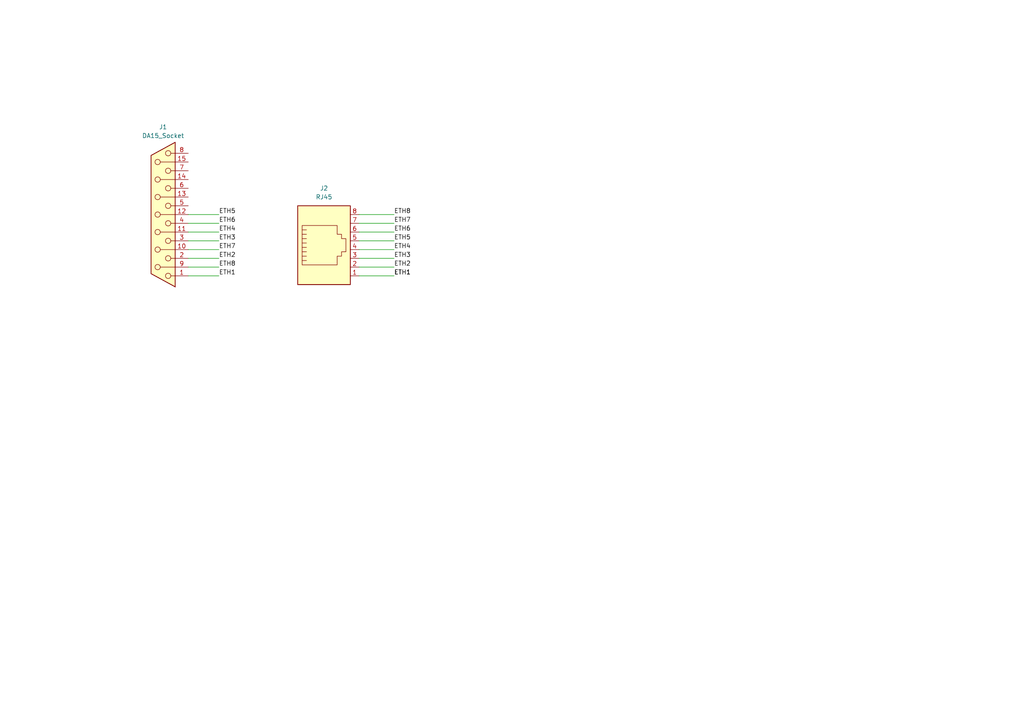
<source format=kicad_sch>
(kicad_sch (version 20250114) (generator "eeschema") (generator_version "9.0")
  (paper "A4")
  (lib_symbols
    (symbol "Connector:DA15_Socket" (pin_names (offset 1.016) (hide yes))
      (property "Reference" "J" (at 0.508 21.59 0))
      (property "Value" "DA15_Socket" (at 0 -22.225 0))
      (symbol "DA15_Socket_0_1"
        (polyline (pts (xy -3.81 20.955) (xy 3.175 17.145) (xy 3.175 -17.145) (xy -3.81 -20.955) (xy -3.81 20.955)) (stroke (width 0.254)) (fill (type background)))
        (polyline (pts (xy -3.81 17.78) (xy -2.54 17.78)))
        (polyline (pts (xy -3.81 15.24) (xy 0.508 15.24)))
        (polyline (pts (xy -3.81 12.7) (xy -2.54 12.7)))
        (polyline (pts (xy -3.81 10.16) (xy 0.508 10.16)))
        (polyline (pts (xy -3.81 7.62) (xy -2.54 7.62)))
        (polyline (pts (xy -3.81 5.08) (xy 0.508 5.08)))
        (polyline (pts (xy -3.81 2.54) (xy -2.54 2.54)))
        (polyline (pts (xy -3.81 0) (xy 0.508 0)))
        (polyline (pts (xy -3.81 -2.54) (xy -2.54 -2.54)))
        (polyline (pts (xy -3.81 -5.08) (xy 0.508 -5.08)))
        (polyline (pts (xy -3.81 -7.62) (xy -2.54 -7.62)))
        (polyline (pts (xy -3.81 -10.16) (xy 0.508 -10.16)))
        (polyline (pts (xy -3.81 -12.7) (xy -2.54 -12.7)))
        (polyline (pts (xy -3.81 -15.24) (xy 0.508 -15.24)))
        (polyline (pts (xy -3.81 -17.78) (xy -2.54 -17.78)))
        (circle (center -1.778 17.78) (radius 0.762))
        (circle (center -1.778 12.7) (radius 0.762))
        (circle (center -1.778 7.62) (radius 0.762))
        (circle (center -1.778 2.54) (radius 0.762))
        (circle (center -1.778 -2.54) (radius 0.762))
        (circle (center -1.778 -7.62) (radius 0.762))
        (circle (center -1.778 -12.7) (radius 0.762))
        (circle (center -1.778 -17.78) (radius 0.762))
        (circle (center 1.27 15.24) (radius 0.762))
        (circle (center 1.27 10.16) (radius 0.762))
        (circle (center 1.27 5.08) (radius 0.762))
        (circle (center 1.27 0) (radius 0.762))
        (circle (center 1.27 -5.08) (radius 0.762))
        (circle (center 1.27 -10.16) (radius 0.762))
        (circle (center 1.27 -15.24) (radius 0.762))
      )
      (symbol "DA15_Socket_1_1"
        (pin passive line (at -7.62 17.78 0) (length 3.81) (name "1") (number "1"))
        (pin passive line (at -7.62 15.24 0) (length 3.81) (name "P9") (number "9"))
        (pin passive line (at -7.62 12.7 0) (length 3.81) (name "2") (number "2"))
        (pin passive line (at -7.62 10.16 0) (length 3.81) (name "P10") (number "10"))
        (pin passive line (at -7.62 7.62 0) (length 3.81) (name "3") (number "3"))
        (pin passive line (at -7.62 5.08 0) (length 3.81) (name "P111") (number "11"))
        (pin passive line (at -7.62 2.54 0) (length 3.81) (name "4") (number "4"))
        (pin passive line (at -7.62 0 0) (length 3.81) (name "P12") (number "12"))
        (pin passive line (at -7.62 -2.54 0) (length 3.81) (name "5") (number "5"))
        (pin passive line (at -7.62 -5.08 0) (length 3.81) (name "P13") (number "13"))
        (pin passive line (at -7.62 -7.62 0) (length 3.81) (name "6") (number "6"))
        (pin passive line (at -7.62 -10.16 0) (length 3.81) (name "P14") (number "14"))
        (pin passive line (at -7.62 -12.7 0) (length 3.81) (name "7") (number "7"))
        (pin passive line (at -7.62 -15.24 0) (length 3.81) (name "P15") (number "15"))
        (pin passive line (at -7.62 -17.78 0) (length 3.81) (name "8") (number "8"))
      )
    )
    (symbol "Connector:RJ45" (pin_names (offset 1.016))
      (property "Reference" "J" (at -5.08 13.97 0))
      (property "Value" "RJ45" (at 2.54 13.97 0))
      (symbol "RJ45_0_1"
        (polyline (pts (xy -6.35 1.905) (xy -5.08 1.905) (xy -5.08 1.905)))
        (polyline (pts (xy -6.35 0.635) (xy -5.08 0.635) (xy -5.08 0.635)))
        (polyline (pts (xy -6.35 -0.635) (xy -5.08 -0.635) (xy -5.08 -0.635)))
        (polyline (pts (xy -6.35 -1.905) (xy -5.08 -1.905) (xy -5.08 -1.905)))
        (polyline (pts (xy -6.35 -3.175) (xy -5.08 -3.175) (xy -5.08 -3.175)))
        (polyline (pts (xy -6.35 -4.445) (xy -6.35 6.985) (xy 3.81 6.985) (xy 3.81 4.445) (xy 5.08 4.445) (xy 5.08 3.175) (xy 6.35 3.175) (xy 6.35 -0.635) (xy 5.08 -0.635) (xy 5.08 -1.905) (xy 3.81 -1.905) (xy 3.81 -4.445) (xy -6.35 -4.445) (xy -6.35 -4.445)))
        (polyline (pts (xy -5.08 5.715) (xy -6.35 5.715)))
        (polyline (pts (xy -5.08 4.445) (xy -6.35 4.445)))
        (polyline (pts (xy -5.08 3.175) (xy -6.35 3.175) (xy -6.35 3.175)))
        (rectangle (start 7.62 12.7) (end -7.62 -10.16) (stroke (width 0.254)) (fill (type background)))
      )
      (symbol "RJ45_1_1"
        (pin passive line (at 10.16 10.16 180) (length 2.54) (name "~") (number "8"))
        (pin passive line (at 10.16 7.62 180) (length 2.54) (name "~") (number "7"))
        (pin passive line (at 10.16 5.08 180) (length 2.54) (name "~") (number "6"))
        (pin passive line (at 10.16 2.54 180) (length 2.54) (name "~") (number "5"))
        (pin passive line (at 10.16 0 180) (length 2.54) (name "~") (number "4"))
        (pin passive line (at 10.16 -2.54 180) (length 2.54) (name "~") (number "3"))
        (pin passive line (at 10.16 -5.08 180) (length 2.54) (name "~") (number "2"))
        (pin passive line (at 10.16 -7.62 180) (length 2.54) (name "~") (number "1"))
      )
    )
  )
  (wire (pts (xy 54.61 67.31) (xy 63.5 67.31)))
  (wire (pts (xy 54.61 64.77) (xy 63.5 64.77)))
  (wire (pts (xy 54.61 69.85) (xy 63.5 69.85)))
  (wire (pts (xy 54.61 77.47) (xy 63.5 77.47)))
  (wire (pts (xy 54.61 72.39) (xy 63.5 72.39)))
  (wire (pts (xy 104.14 74.93) (xy 114.3 74.93)))
  (wire (pts (xy 54.61 80.01) (xy 63.5 80.01)))
  (wire (pts (xy 104.14 69.85) (xy 114.3 69.85)))
  (wire (pts (xy 54.61 62.23) (xy 63.5 62.23)))
  (wire (pts (xy 104.14 64.77) (xy 114.3 64.77)))
  (wire (pts (xy 104.14 72.39) (xy 114.3 72.39)))
  (wire (pts (xy 104.14 62.23) (xy 114.3 62.23)))
  (wire (pts (xy 104.14 67.31) (xy 114.3 67.31)))
  (wire (pts (xy 104.14 80.01) (xy 114.3 80.01)))
  (wire (pts (xy 54.61 74.93) (xy 63.5 74.93)))
  (wire (pts (xy 104.14 77.47) (xy 114.3 77.47)))
  (label "ETH1" (at 114.3 80.01 0))
  (label "ETH8" (at 114.3 62.23 0))
  (label "ETH1" (at 114.3 80.01 0))
  (label "ETH7" (at 63.5 72.39 0))
  (label "ETH3" (at 63.5 69.85 0))
  (label "ETH2" (at 63.5 74.93 0))
  (label "ETH1" (at 63.5 80.01 0))
  (label "ETH7" (at 114.3 64.77 0))
  (label "ETH6" (at 63.5 64.77 0))
  (label "ETH5" (at 114.3 69.85 0))
  (label "ETH2" (at 114.3 77.47 0))
  (label "ETH3" (at 114.3 74.93 0))
  (label "ETH8" (at 63.5 77.47 0))
  (label "ETH4" (at 63.5 67.31 0))
  (label "ETH6" (at 114.3 67.31 0))
  (label "ETH4" (at 114.3 72.39 0))
  (label "ETH5" (at 63.5 62.23 0))
  (symbol (lib_id "Connector:RJ45") (at 93.98 72.39 0) (unit 1)
    (property "Reference" "J2" (at 93.98 54.61 0))
    (property "Value" "RJ45" (at 93.98 57.15 0))
    (property "Footprint" "Connector_RJ:RJ45_OST_PJ012-8P8CX_Vertical" (effects (hide yes)))
    (property "Description" "RJ connector, 8P8C (8 positions 8 connected)" (effects (hide yes)))
  )
  (symbol (lib_id "Connector:DA15_Socket") (at 46.99 62.23 180) (unit 1)
    (property "Reference" "J1" (at 47.3075 36.83 0))
    (property "Value" "DA15_Socket" (at 47.3075 39.37 0))
    (property "Footprint" "Connector_Dsub:DSUB-15_Socket_Vertical_P2.77x2.84mm" (effects (hide yes)))
    (property "Description" "15-pin D-SUB connector, socket (female) (low-density/2 columns)" (effects (hide yes)))
  )
)
</source>
